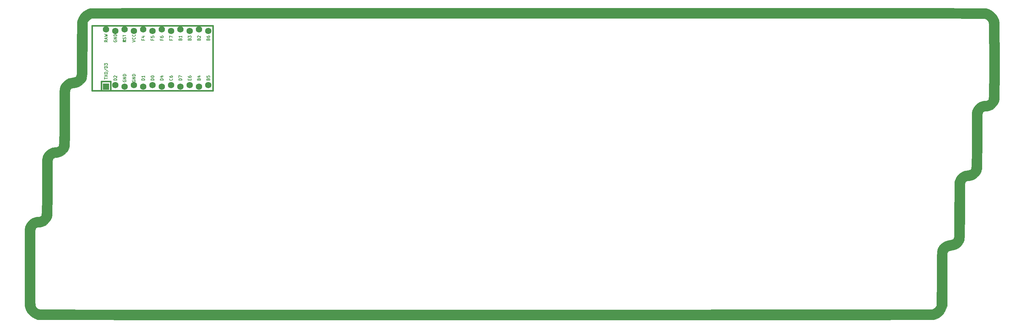
<source format=gbr>
G04 #@! TF.GenerationSoftware,KiCad,Pcbnew,6.0.10-86aedd382b~118~ubuntu20.04.1*
G04 #@! TF.CreationDate,2023-01-08T22:55:38-06:00*
G04 #@! TF.ProjectId,keyboard,6b657962-6f61-4726-942e-6b696361645f,rev?*
G04 #@! TF.SameCoordinates,Original*
G04 #@! TF.FileFunction,Legend,Top*
G04 #@! TF.FilePolarity,Positive*
%FSLAX46Y46*%
G04 Gerber Fmt 4.6, Leading zero omitted, Abs format (unit mm)*
G04 Created by KiCad (PCBNEW 6.0.10-86aedd382b~118~ubuntu20.04.1) date 2023-01-08 22:55:38*
%MOMM*%
%LPD*%
G01*
G04 APERTURE LIST*
%ADD10C,0.150000*%
%ADD11C,0.010000*%
%ADD12C,0.381000*%
%ADD13R,1.752600X1.752600*%
%ADD14C,1.752600*%
G04 APERTURE END LIST*
D10*
X62916907Y-32661666D02*
X62916907Y-32928333D01*
X63335954Y-32928333D02*
X62535954Y-32928333D01*
X62535954Y-32547380D01*
X62535954Y-31899761D02*
X62535954Y-32052142D01*
X62574050Y-32128333D01*
X62612145Y-32166428D01*
X62726430Y-32242619D01*
X62878811Y-32280714D01*
X63183573Y-32280714D01*
X63259764Y-32242619D01*
X63297859Y-32204523D01*
X63335954Y-32128333D01*
X63335954Y-31975952D01*
X63297859Y-31899761D01*
X63259764Y-31861666D01*
X63183573Y-31823571D01*
X62993097Y-31823571D01*
X62916907Y-31861666D01*
X62878811Y-31899761D01*
X62840716Y-31975952D01*
X62840716Y-32128333D01*
X62878811Y-32204523D01*
X62916907Y-32242619D01*
X62993097Y-32280714D01*
X70536907Y-32718809D02*
X70575002Y-32604523D01*
X70613097Y-32566428D01*
X70689288Y-32528333D01*
X70803573Y-32528333D01*
X70879764Y-32566428D01*
X70917859Y-32604523D01*
X70955954Y-32680714D01*
X70955954Y-32985476D01*
X70155954Y-32985476D01*
X70155954Y-32718809D01*
X70194050Y-32642619D01*
X70232145Y-32604523D01*
X70308335Y-32566428D01*
X70384526Y-32566428D01*
X70460716Y-32604523D01*
X70498811Y-32642619D01*
X70536907Y-32718809D01*
X70536907Y-32985476D01*
X70155954Y-32261666D02*
X70155954Y-31766428D01*
X70460716Y-32033095D01*
X70460716Y-31918809D01*
X70498811Y-31842619D01*
X70536907Y-31804523D01*
X70613097Y-31766428D01*
X70803573Y-31766428D01*
X70879764Y-31804523D01*
X70917859Y-31842619D01*
X70955954Y-31918809D01*
X70955954Y-32147380D01*
X70917859Y-32223571D01*
X70879764Y-32261666D01*
X65799764Y-43450333D02*
X65837859Y-43488428D01*
X65875954Y-43602714D01*
X65875954Y-43678904D01*
X65837859Y-43793190D01*
X65761669Y-43869380D01*
X65685478Y-43907476D01*
X65533097Y-43945571D01*
X65418811Y-43945571D01*
X65266430Y-43907476D01*
X65190240Y-43869380D01*
X65114050Y-43793190D01*
X65075954Y-43678904D01*
X65075954Y-43602714D01*
X65114050Y-43488428D01*
X65152145Y-43450333D01*
X65075954Y-42764619D02*
X65075954Y-42917000D01*
X65114050Y-42993190D01*
X65152145Y-43031285D01*
X65266430Y-43107476D01*
X65418811Y-43145571D01*
X65723573Y-43145571D01*
X65799764Y-43107476D01*
X65837859Y-43069380D01*
X65875954Y-42993190D01*
X65875954Y-42840809D01*
X65837859Y-42764619D01*
X65799764Y-42726523D01*
X65723573Y-42688428D01*
X65533097Y-42688428D01*
X65456907Y-42726523D01*
X65418811Y-42764619D01*
X65380716Y-42840809D01*
X65380716Y-42993190D01*
X65418811Y-43069380D01*
X65456907Y-43107476D01*
X65533097Y-43145571D01*
X50635954Y-43907476D02*
X49835954Y-43907476D01*
X49835954Y-43717000D01*
X49874050Y-43602714D01*
X49950240Y-43526523D01*
X50026430Y-43488428D01*
X50178811Y-43450333D01*
X50293097Y-43450333D01*
X50445478Y-43488428D01*
X50521669Y-43526523D01*
X50597859Y-43602714D01*
X50635954Y-43717000D01*
X50635954Y-43907476D01*
X49912145Y-43145571D02*
X49874050Y-43107476D01*
X49835954Y-43031285D01*
X49835954Y-42840809D01*
X49874050Y-42764619D01*
X49912145Y-42726523D01*
X49988335Y-42688428D01*
X50064526Y-42688428D01*
X50178811Y-42726523D01*
X50635954Y-43183666D01*
X50635954Y-42688428D01*
X65456907Y-32661666D02*
X65456907Y-32928333D01*
X65875954Y-32928333D02*
X65075954Y-32928333D01*
X65075954Y-32547380D01*
X65075954Y-32318809D02*
X65075954Y-31785476D01*
X65875954Y-32128333D01*
X47295954Y-43618348D02*
X47295954Y-43161205D01*
X48095954Y-43389776D02*
X47295954Y-43389776D01*
X47295954Y-42970729D02*
X48095954Y-42437395D01*
X47295954Y-42437395D02*
X48095954Y-42970729D01*
X47295954Y-41980252D02*
X47295954Y-41904062D01*
X47334050Y-41827872D01*
X47372145Y-41789776D01*
X47448335Y-41751681D01*
X47600716Y-41713586D01*
X47791192Y-41713586D01*
X47943573Y-41751681D01*
X48019764Y-41789776D01*
X48057859Y-41827872D01*
X48095954Y-41904062D01*
X48095954Y-41980252D01*
X48057859Y-42056443D01*
X48019764Y-42094538D01*
X47943573Y-42132633D01*
X47791192Y-42170729D01*
X47600716Y-42170729D01*
X47448335Y-42132633D01*
X47372145Y-42094538D01*
X47334050Y-42056443D01*
X47295954Y-41980252D01*
X47257859Y-40799300D02*
X48286430Y-41485014D01*
X48095954Y-40532633D02*
X47295954Y-40532633D01*
X47295954Y-40342157D01*
X47334050Y-40227872D01*
X47410240Y-40151681D01*
X47486430Y-40113586D01*
X47638811Y-40075491D01*
X47753097Y-40075491D01*
X47905478Y-40113586D01*
X47981669Y-40151681D01*
X48057859Y-40227872D01*
X48095954Y-40342157D01*
X48095954Y-40532633D01*
X47295954Y-39808824D02*
X47295954Y-39313586D01*
X47600716Y-39580252D01*
X47600716Y-39465967D01*
X47638811Y-39389776D01*
X47676907Y-39351681D01*
X47753097Y-39313586D01*
X47943573Y-39313586D01*
X48019764Y-39351681D01*
X48057859Y-39389776D01*
X48095954Y-39465967D01*
X48095954Y-39694538D01*
X48057859Y-39770729D01*
X48019764Y-39808824D01*
X70536907Y-43869380D02*
X70536907Y-43602714D01*
X70955954Y-43488428D02*
X70955954Y-43869380D01*
X70155954Y-43869380D01*
X70155954Y-43488428D01*
X70155954Y-42802714D02*
X70155954Y-42955095D01*
X70194050Y-43031285D01*
X70232145Y-43069380D01*
X70346430Y-43145571D01*
X70498811Y-43183666D01*
X70803573Y-43183666D01*
X70879764Y-43145571D01*
X70917859Y-43107476D01*
X70955954Y-43031285D01*
X70955954Y-42878904D01*
X70917859Y-42802714D01*
X70879764Y-42764619D01*
X70803573Y-42726523D01*
X70613097Y-42726523D01*
X70536907Y-42764619D01*
X70498811Y-42802714D01*
X70460716Y-42878904D01*
X70460716Y-43031285D01*
X70498811Y-43107476D01*
X70536907Y-43145571D01*
X70613097Y-43183666D01*
X67996907Y-32718809D02*
X68035002Y-32604523D01*
X68073097Y-32566428D01*
X68149288Y-32528333D01*
X68263573Y-32528333D01*
X68339764Y-32566428D01*
X68377859Y-32604523D01*
X68415954Y-32680714D01*
X68415954Y-32985476D01*
X67615954Y-32985476D01*
X67615954Y-32718809D01*
X67654050Y-32642619D01*
X67692145Y-32604523D01*
X67768335Y-32566428D01*
X67844526Y-32566428D01*
X67920716Y-32604523D01*
X67958811Y-32642619D01*
X67996907Y-32718809D01*
X67996907Y-32985476D01*
X68415954Y-31766428D02*
X68415954Y-32223571D01*
X68415954Y-31995000D02*
X67615954Y-31995000D01*
X67730240Y-32071190D01*
X67806430Y-32147380D01*
X67844526Y-32223571D01*
X75616907Y-43640809D02*
X75655002Y-43526523D01*
X75693097Y-43488428D01*
X75769288Y-43450333D01*
X75883573Y-43450333D01*
X75959764Y-43488428D01*
X75997859Y-43526523D01*
X76035954Y-43602714D01*
X76035954Y-43907476D01*
X75235954Y-43907476D01*
X75235954Y-43640809D01*
X75274050Y-43564619D01*
X75312145Y-43526523D01*
X75388335Y-43488428D01*
X75464526Y-43488428D01*
X75540716Y-43526523D01*
X75578811Y-43564619D01*
X75616907Y-43640809D01*
X75616907Y-43907476D01*
X75235954Y-42726523D02*
X75235954Y-43107476D01*
X75616907Y-43145571D01*
X75578811Y-43107476D01*
X75540716Y-43031285D01*
X75540716Y-42840809D01*
X75578811Y-42764619D01*
X75616907Y-42726523D01*
X75693097Y-42688428D01*
X75883573Y-42688428D01*
X75959764Y-42726523D01*
X75997859Y-42764619D01*
X76035954Y-42840809D01*
X76035954Y-43031285D01*
X75997859Y-43107476D01*
X75959764Y-43145571D01*
X73076907Y-43640809D02*
X73115002Y-43526523D01*
X73153097Y-43488428D01*
X73229288Y-43450333D01*
X73343573Y-43450333D01*
X73419764Y-43488428D01*
X73457859Y-43526523D01*
X73495954Y-43602714D01*
X73495954Y-43907476D01*
X72695954Y-43907476D01*
X72695954Y-43640809D01*
X72734050Y-43564619D01*
X72772145Y-43526523D01*
X72848335Y-43488428D01*
X72924526Y-43488428D01*
X73000716Y-43526523D01*
X73038811Y-43564619D01*
X73076907Y-43640809D01*
X73076907Y-43907476D01*
X72962621Y-42764619D02*
X73495954Y-42764619D01*
X72657859Y-42955095D02*
X73229288Y-43145571D01*
X73229288Y-42650333D01*
X63335954Y-43907476D02*
X62535954Y-43907476D01*
X62535954Y-43717000D01*
X62574050Y-43602714D01*
X62650240Y-43526523D01*
X62726430Y-43488428D01*
X62878811Y-43450333D01*
X62993097Y-43450333D01*
X63145478Y-43488428D01*
X63221669Y-43526523D01*
X63297859Y-43602714D01*
X63335954Y-43717000D01*
X63335954Y-43907476D01*
X62802621Y-42764619D02*
X63335954Y-42764619D01*
X62497859Y-42955095D02*
X63069288Y-43145571D01*
X63069288Y-42650333D01*
X48095954Y-32947380D02*
X47715002Y-33214047D01*
X48095954Y-33404523D02*
X47295954Y-33404523D01*
X47295954Y-33099761D01*
X47334050Y-33023571D01*
X47372145Y-32985476D01*
X47448335Y-32947380D01*
X47562621Y-32947380D01*
X47638811Y-32985476D01*
X47676907Y-33023571D01*
X47715002Y-33099761D01*
X47715002Y-33404523D01*
X47867383Y-32642619D02*
X47867383Y-32261666D01*
X48095954Y-32718809D02*
X47295954Y-32452142D01*
X48095954Y-32185476D01*
X47295954Y-31995000D02*
X48095954Y-31804523D01*
X47524526Y-31652142D01*
X48095954Y-31499761D01*
X47295954Y-31309285D01*
X73076907Y-32718809D02*
X73115002Y-32604523D01*
X73153097Y-32566428D01*
X73229288Y-32528333D01*
X73343573Y-32528333D01*
X73419764Y-32566428D01*
X73457859Y-32604523D01*
X73495954Y-32680714D01*
X73495954Y-32985476D01*
X72695954Y-32985476D01*
X72695954Y-32718809D01*
X72734050Y-32642619D01*
X72772145Y-32604523D01*
X72848335Y-32566428D01*
X72924526Y-32566428D01*
X73000716Y-32604523D01*
X73038811Y-32642619D01*
X73076907Y-32718809D01*
X73076907Y-32985476D01*
X72772145Y-32223571D02*
X72734050Y-32185476D01*
X72695954Y-32109285D01*
X72695954Y-31918809D01*
X72734050Y-31842619D01*
X72772145Y-31804523D01*
X72848335Y-31766428D01*
X72924526Y-31766428D01*
X73038811Y-31804523D01*
X73495954Y-32261666D01*
X73495954Y-31766428D01*
X54954050Y-43926523D02*
X54915954Y-44002714D01*
X54915954Y-44117000D01*
X54954050Y-44231285D01*
X55030240Y-44307476D01*
X55106430Y-44345571D01*
X55258811Y-44383666D01*
X55373097Y-44383666D01*
X55525478Y-44345571D01*
X55601669Y-44307476D01*
X55677859Y-44231285D01*
X55715954Y-44117000D01*
X55715954Y-44040809D01*
X55677859Y-43926523D01*
X55639764Y-43888428D01*
X55373097Y-43888428D01*
X55373097Y-44040809D01*
X55715954Y-43545571D02*
X54915954Y-43545571D01*
X55715954Y-43088428D01*
X54915954Y-43088428D01*
X55715954Y-42707476D02*
X54915954Y-42707476D01*
X54915954Y-42517000D01*
X54954050Y-42402714D01*
X55030240Y-42326523D01*
X55106430Y-42288428D01*
X55258811Y-42250333D01*
X55373097Y-42250333D01*
X55525478Y-42288428D01*
X55601669Y-42326523D01*
X55677859Y-42402714D01*
X55715954Y-42517000D01*
X55715954Y-42707476D01*
X75616907Y-32718809D02*
X75655002Y-32604523D01*
X75693097Y-32566428D01*
X75769288Y-32528333D01*
X75883573Y-32528333D01*
X75959764Y-32566428D01*
X75997859Y-32604523D01*
X76035954Y-32680714D01*
X76035954Y-32985476D01*
X75235954Y-32985476D01*
X75235954Y-32718809D01*
X75274050Y-32642619D01*
X75312145Y-32604523D01*
X75388335Y-32566428D01*
X75464526Y-32566428D01*
X75540716Y-32604523D01*
X75578811Y-32642619D01*
X75616907Y-32718809D01*
X75616907Y-32985476D01*
X75235954Y-31842619D02*
X75235954Y-31995000D01*
X75274050Y-32071190D01*
X75312145Y-32109285D01*
X75426430Y-32185476D01*
X75578811Y-32223571D01*
X75883573Y-32223571D01*
X75959764Y-32185476D01*
X75997859Y-32147380D01*
X76035954Y-32071190D01*
X76035954Y-31918809D01*
X75997859Y-31842619D01*
X75959764Y-31804523D01*
X75883573Y-31766428D01*
X75693097Y-31766428D01*
X75616907Y-31804523D01*
X75578811Y-31842619D01*
X75540716Y-31918809D01*
X75540716Y-32071190D01*
X75578811Y-32147380D01*
X75616907Y-32185476D01*
X75693097Y-32223571D01*
X57836907Y-32661666D02*
X57836907Y-32928333D01*
X58255954Y-32928333D02*
X57455954Y-32928333D01*
X57455954Y-32547380D01*
X57722621Y-31899761D02*
X58255954Y-31899761D01*
X57417859Y-32090238D02*
X57989288Y-32280714D01*
X57989288Y-31785476D01*
X54915954Y-33461666D02*
X55715954Y-33195000D01*
X54915954Y-32928333D01*
X55639764Y-32204523D02*
X55677859Y-32242619D01*
X55715954Y-32356904D01*
X55715954Y-32433095D01*
X55677859Y-32547380D01*
X55601669Y-32623571D01*
X55525478Y-32661666D01*
X55373097Y-32699761D01*
X55258811Y-32699761D01*
X55106430Y-32661666D01*
X55030240Y-32623571D01*
X54954050Y-32547380D01*
X54915954Y-32433095D01*
X54915954Y-32356904D01*
X54954050Y-32242619D01*
X54992145Y-32204523D01*
X55639764Y-31404523D02*
X55677859Y-31442619D01*
X55715954Y-31556904D01*
X55715954Y-31633095D01*
X55677859Y-31747380D01*
X55601669Y-31823571D01*
X55525478Y-31861666D01*
X55373097Y-31899761D01*
X55258811Y-31899761D01*
X55106430Y-31861666D01*
X55030240Y-31823571D01*
X54954050Y-31747380D01*
X54915954Y-31633095D01*
X54915954Y-31556904D01*
X54954050Y-31442619D01*
X54992145Y-31404523D01*
X58255954Y-43907476D02*
X57455954Y-43907476D01*
X57455954Y-43717000D01*
X57494050Y-43602714D01*
X57570240Y-43526523D01*
X57646430Y-43488428D01*
X57798811Y-43450333D01*
X57913097Y-43450333D01*
X58065478Y-43488428D01*
X58141669Y-43526523D01*
X58217859Y-43602714D01*
X58255954Y-43717000D01*
X58255954Y-43907476D01*
X58255954Y-42688428D02*
X58255954Y-43145571D01*
X58255954Y-42917000D02*
X57455954Y-42917000D01*
X57570240Y-42993190D01*
X57646430Y-43069380D01*
X57684526Y-43145571D01*
X49874050Y-33004523D02*
X49835954Y-33080714D01*
X49835954Y-33195000D01*
X49874050Y-33309285D01*
X49950240Y-33385476D01*
X50026430Y-33423571D01*
X50178811Y-33461666D01*
X50293097Y-33461666D01*
X50445478Y-33423571D01*
X50521669Y-33385476D01*
X50597859Y-33309285D01*
X50635954Y-33195000D01*
X50635954Y-33118809D01*
X50597859Y-33004523D01*
X50559764Y-32966428D01*
X50293097Y-32966428D01*
X50293097Y-33118809D01*
X50635954Y-32623571D02*
X49835954Y-32623571D01*
X50635954Y-32166428D01*
X49835954Y-32166428D01*
X50635954Y-31785476D02*
X49835954Y-31785476D01*
X49835954Y-31595000D01*
X49874050Y-31480714D01*
X49950240Y-31404523D01*
X50026430Y-31366428D01*
X50178811Y-31328333D01*
X50293097Y-31328333D01*
X50445478Y-31366428D01*
X50521669Y-31404523D01*
X50597859Y-31480714D01*
X50635954Y-31595000D01*
X50635954Y-31785476D01*
X68415954Y-43907476D02*
X67615954Y-43907476D01*
X67615954Y-43717000D01*
X67654050Y-43602714D01*
X67730240Y-43526523D01*
X67806430Y-43488428D01*
X67958811Y-43450333D01*
X68073097Y-43450333D01*
X68225478Y-43488428D01*
X68301669Y-43526523D01*
X68377859Y-43602714D01*
X68415954Y-43717000D01*
X68415954Y-43907476D01*
X67615954Y-43183666D02*
X67615954Y-42650333D01*
X68415954Y-42993190D01*
X53107859Y-32656213D02*
X53145954Y-32541927D01*
X53145954Y-32351451D01*
X53107859Y-32275260D01*
X53069764Y-32237165D01*
X52993573Y-32199070D01*
X52917383Y-32199070D01*
X52841192Y-32237165D01*
X52803097Y-32275260D01*
X52765002Y-32351451D01*
X52726907Y-32503832D01*
X52688811Y-32580022D01*
X52650716Y-32618118D01*
X52574526Y-32656213D01*
X52498335Y-32656213D01*
X52422145Y-32618118D01*
X52384050Y-32580022D01*
X52345954Y-32503832D01*
X52345954Y-32313356D01*
X52384050Y-32199070D01*
X52345954Y-31970499D02*
X52345954Y-31513356D01*
X53145954Y-31741927D02*
X52345954Y-31741927D01*
X60795954Y-43907476D02*
X59995954Y-43907476D01*
X59995954Y-43717000D01*
X60034050Y-43602714D01*
X60110240Y-43526523D01*
X60186430Y-43488428D01*
X60338811Y-43450333D01*
X60453097Y-43450333D01*
X60605478Y-43488428D01*
X60681669Y-43526523D01*
X60757859Y-43602714D01*
X60795954Y-43717000D01*
X60795954Y-43907476D01*
X59995954Y-42955095D02*
X59995954Y-42878904D01*
X60034050Y-42802714D01*
X60072145Y-42764619D01*
X60148335Y-42726523D01*
X60300716Y-42688428D01*
X60491192Y-42688428D01*
X60643573Y-42726523D01*
X60719764Y-42764619D01*
X60757859Y-42802714D01*
X60795954Y-42878904D01*
X60795954Y-42955095D01*
X60757859Y-43031285D01*
X60719764Y-43069380D01*
X60643573Y-43107476D01*
X60491192Y-43145571D01*
X60300716Y-43145571D01*
X60148335Y-43107476D01*
X60072145Y-43069380D01*
X60034050Y-43031285D01*
X59995954Y-42955095D01*
X60376907Y-32661666D02*
X60376907Y-32928333D01*
X60795954Y-32928333D02*
X59995954Y-32928333D01*
X59995954Y-32547380D01*
X59995954Y-31861666D02*
X59995954Y-32242619D01*
X60376907Y-32280714D01*
X60338811Y-32242619D01*
X60300716Y-32166428D01*
X60300716Y-31975952D01*
X60338811Y-31899761D01*
X60376907Y-31861666D01*
X60453097Y-31823571D01*
X60643573Y-31823571D01*
X60719764Y-31861666D01*
X60757859Y-31899761D01*
X60795954Y-31975952D01*
X60795954Y-32166428D01*
X60757859Y-32242619D01*
X60719764Y-32280714D01*
X52414050Y-43926523D02*
X52375954Y-44002714D01*
X52375954Y-44117000D01*
X52414050Y-44231285D01*
X52490240Y-44307476D01*
X52566430Y-44345571D01*
X52718811Y-44383666D01*
X52833097Y-44383666D01*
X52985478Y-44345571D01*
X53061669Y-44307476D01*
X53137859Y-44231285D01*
X53175954Y-44117000D01*
X53175954Y-44040809D01*
X53137859Y-43926523D01*
X53099764Y-43888428D01*
X52833097Y-43888428D01*
X52833097Y-44040809D01*
X53175954Y-43545571D02*
X52375954Y-43545571D01*
X53175954Y-43088428D01*
X52375954Y-43088428D01*
X53175954Y-42707476D02*
X52375954Y-42707476D01*
X52375954Y-42517000D01*
X52414050Y-42402714D01*
X52490240Y-42326523D01*
X52566430Y-42288428D01*
X52718811Y-42250333D01*
X52833097Y-42250333D01*
X52985478Y-42288428D01*
X53061669Y-42326523D01*
X53137859Y-42402714D01*
X53175954Y-42517000D01*
X53175954Y-42707476D01*
G36*
X25492177Y-96378438D02*
G01*
X25491800Y-94987442D01*
X25491883Y-93438217D01*
X25492224Y-92049089D01*
X25492957Y-90810822D01*
X25494217Y-89714180D01*
X25496136Y-88749927D01*
X25498851Y-87908826D01*
X25502496Y-87181642D01*
X25507205Y-86559138D01*
X25513112Y-86032078D01*
X25520352Y-85591226D01*
X25529060Y-85227346D01*
X25539369Y-84931202D01*
X25551415Y-84693557D01*
X25565331Y-84505175D01*
X25581253Y-84356821D01*
X25599315Y-84239258D01*
X25619651Y-84143250D01*
X25642395Y-84059560D01*
X25651311Y-84030308D01*
X25776909Y-83681858D01*
X25928762Y-83335505D01*
X26024171Y-83153744D01*
X26268135Y-82815925D01*
X26605049Y-82450273D01*
X26982873Y-82106336D01*
X27349563Y-81833662D01*
X27506263Y-81742679D01*
X27910854Y-81572733D01*
X28378544Y-81431258D01*
X28835157Y-81337711D01*
X29154459Y-81310400D01*
X29444957Y-81275326D01*
X29711568Y-81190080D01*
X29727904Y-81181966D01*
X29813876Y-81139397D01*
X29889517Y-81099180D01*
X29955486Y-81050819D01*
X30012443Y-80983819D01*
X30061049Y-80887686D01*
X30101964Y-80751923D01*
X30135847Y-80566037D01*
X30163358Y-80319530D01*
X30185159Y-80001910D01*
X30201908Y-79602680D01*
X30214265Y-79111345D01*
X30222892Y-78517410D01*
X30228447Y-77810380D01*
X30231592Y-76979760D01*
X30232985Y-76015055D01*
X30233287Y-74905769D01*
X30233158Y-73641408D01*
X30233133Y-73148438D01*
X30234055Y-71660662D01*
X30236850Y-70338470D01*
X30241564Y-69178126D01*
X30248241Y-68175889D01*
X30256926Y-67328022D01*
X30267665Y-66630785D01*
X30280502Y-66080442D01*
X30295481Y-65673252D01*
X30312649Y-65405478D01*
X30327501Y-65291400D01*
X30563551Y-64560120D01*
X30939790Y-63894398D01*
X31435956Y-63315694D01*
X32031787Y-62845468D01*
X32707020Y-62505180D01*
X33066088Y-62390985D01*
X33401241Y-62318500D01*
X33726076Y-62271084D01*
X33895792Y-62260400D01*
X34184852Y-62225941D01*
X34448838Y-62142157D01*
X34465531Y-62133883D01*
X34552821Y-62091857D01*
X34629550Y-62054717D01*
X34696397Y-62011911D01*
X34754044Y-61952886D01*
X34803171Y-61867089D01*
X34844459Y-61743968D01*
X34878588Y-61572969D01*
X34906239Y-61343540D01*
X34928092Y-61045127D01*
X34944828Y-60667179D01*
X34957128Y-60199141D01*
X34965671Y-59630462D01*
X34971139Y-58950588D01*
X34974212Y-58148967D01*
X34975571Y-57215046D01*
X34975896Y-56138271D01*
X34975868Y-54908090D01*
X34975936Y-54219394D01*
X34976340Y-52870152D01*
X34977354Y-51679117D01*
X34979537Y-50635164D01*
X34983448Y-49727167D01*
X34989644Y-48943999D01*
X34998685Y-48274536D01*
X35011127Y-47707652D01*
X35027529Y-47232220D01*
X35048450Y-46837114D01*
X35074447Y-46511210D01*
X35106080Y-46243380D01*
X35143906Y-46022500D01*
X35188483Y-45837443D01*
X35240370Y-45677083D01*
X35300124Y-45530296D01*
X35368305Y-45385954D01*
X35424785Y-45273636D01*
X35820439Y-44663111D01*
X36336639Y-44125076D01*
X36935812Y-43692863D01*
X37510380Y-43423508D01*
X37780363Y-43349458D01*
X38144017Y-43276973D01*
X38526198Y-43220865D01*
X38555017Y-43217562D01*
X39016408Y-43139624D01*
X39338702Y-43012186D01*
X39549846Y-42813477D01*
X39677790Y-42521728D01*
X39723931Y-42307094D01*
X39734471Y-42160115D01*
X39744529Y-41857323D01*
X39753978Y-41412235D01*
X39762692Y-40838370D01*
X39770544Y-40149249D01*
X39777408Y-39358388D01*
X39783158Y-38479308D01*
X39787667Y-37525528D01*
X39790809Y-36510565D01*
X39792457Y-35447939D01*
X39792678Y-34954607D01*
X39792881Y-33708453D01*
X39793409Y-32619899D01*
X39794543Y-31677215D01*
X39796568Y-30868666D01*
X39799767Y-30182520D01*
X39804424Y-29607046D01*
X39810823Y-29130510D01*
X39819246Y-28741180D01*
X39829977Y-28427323D01*
X39843300Y-28177208D01*
X39859499Y-27979102D01*
X39878856Y-27821271D01*
X39901656Y-27691985D01*
X39928182Y-27579510D01*
X39958717Y-27472113D01*
X39974773Y-27419274D01*
X40303519Y-26623386D01*
X40768102Y-25910129D01*
X41350536Y-25296481D01*
X42032835Y-24799419D01*
X42797013Y-24435921D01*
X43292097Y-24287871D01*
X43330070Y-24282197D01*
X43396793Y-24276694D01*
X43494767Y-24271359D01*
X43626492Y-24266190D01*
X43794469Y-24261184D01*
X44001197Y-24256338D01*
X44249178Y-24251650D01*
X44540912Y-24247118D01*
X44878900Y-24242738D01*
X45265640Y-24238509D01*
X45703635Y-24234427D01*
X46195384Y-24230490D01*
X46743388Y-24226696D01*
X47350148Y-24223041D01*
X48018163Y-24219524D01*
X48749934Y-24216142D01*
X49547961Y-24212892D01*
X50414745Y-24209771D01*
X51352787Y-24206777D01*
X52364586Y-24203908D01*
X53452644Y-24201161D01*
X54619459Y-24198533D01*
X55867534Y-24196021D01*
X57199368Y-24193624D01*
X58617462Y-24191338D01*
X60124315Y-24189161D01*
X61722430Y-24187091D01*
X63414305Y-24185124D01*
X65202442Y-24183259D01*
X67089340Y-24181492D01*
X69077500Y-24179822D01*
X71169423Y-24178244D01*
X73367609Y-24176758D01*
X75674558Y-24175360D01*
X78092771Y-24174048D01*
X80624748Y-24172819D01*
X83272990Y-24171671D01*
X86039996Y-24170601D01*
X88928268Y-24169606D01*
X91940306Y-24168684D01*
X95078610Y-24167832D01*
X98345681Y-24167048D01*
X101744018Y-24166329D01*
X105276123Y-24165673D01*
X108944496Y-24165077D01*
X112751637Y-24164538D01*
X116700046Y-24164054D01*
X120792225Y-24163623D01*
X125030673Y-24163241D01*
X129417890Y-24162906D01*
X133956378Y-24162616D01*
X138648637Y-24162367D01*
X143497167Y-24162158D01*
X148504468Y-24161986D01*
X153673041Y-24161848D01*
X159005386Y-24161742D01*
X164504004Y-24161665D01*
X165759132Y-24161651D01*
X171706905Y-24161630D01*
X177486816Y-24161693D01*
X183100335Y-24161840D01*
X188548935Y-24162072D01*
X193834086Y-24162390D01*
X198957259Y-24162796D01*
X203919925Y-24163291D01*
X208723556Y-24163876D01*
X213369623Y-24164551D01*
X217859597Y-24165319D01*
X222194948Y-24166180D01*
X226377148Y-24167134D01*
X230407669Y-24168184D01*
X234287980Y-24169331D01*
X238019554Y-24170575D01*
X241603862Y-24171917D01*
X245042374Y-24173360D01*
X248336561Y-24174903D01*
X251487896Y-24176547D01*
X254497849Y-24178295D01*
X257367890Y-24180147D01*
X260099492Y-24182105D01*
X262694125Y-24184168D01*
X265153260Y-24186339D01*
X267478370Y-24188618D01*
X269670923Y-24191007D01*
X271732393Y-24193507D01*
X273664249Y-24196119D01*
X275467963Y-24198843D01*
X277145007Y-24201682D01*
X278696851Y-24204635D01*
X280124966Y-24207705D01*
X281430824Y-24210892D01*
X282615895Y-24214197D01*
X283681651Y-24217623D01*
X284629563Y-24221168D01*
X285461101Y-24224836D01*
X286177738Y-24228626D01*
X286780944Y-24232540D01*
X287272191Y-24236579D01*
X287652949Y-24240744D01*
X287924689Y-24245037D01*
X288088883Y-24249457D01*
X288144799Y-24253277D01*
X288925336Y-24498555D01*
X289651941Y-24889046D01*
X290303753Y-25403886D01*
X290859910Y-26022217D01*
X291299551Y-26723176D01*
X291601816Y-27485903D01*
X291675589Y-27784067D01*
X291691230Y-27929207D01*
X291705340Y-28208224D01*
X291717948Y-28624404D01*
X291729082Y-29181037D01*
X291738769Y-29881411D01*
X291747038Y-30728814D01*
X291753916Y-31726535D01*
X291759433Y-32877861D01*
X291763615Y-34186082D01*
X291766491Y-35654486D01*
X291768089Y-37286361D01*
X291768466Y-38677357D01*
X291768382Y-40226582D01*
X291768041Y-41615710D01*
X291767308Y-42853977D01*
X291766049Y-43950619D01*
X291764129Y-44914872D01*
X291761414Y-45755973D01*
X291757770Y-46483157D01*
X291753061Y-47105661D01*
X291747154Y-47632721D01*
X291739914Y-48073573D01*
X291731206Y-48437453D01*
X291720897Y-48733597D01*
X291708851Y-48971242D01*
X291694934Y-49159624D01*
X291679012Y-49307978D01*
X291660951Y-49425541D01*
X291640615Y-49521549D01*
X291617871Y-49605239D01*
X291608955Y-49634491D01*
X291483357Y-49982941D01*
X291331504Y-50329294D01*
X291236095Y-50511055D01*
X290992131Y-50848874D01*
X290655216Y-51214526D01*
X290277392Y-51558463D01*
X289910702Y-51831137D01*
X289754003Y-51922120D01*
X289349412Y-52092066D01*
X288881722Y-52233541D01*
X288425109Y-52327088D01*
X288105807Y-52354400D01*
X287815309Y-52389473D01*
X287548698Y-52474719D01*
X287532361Y-52482833D01*
X287446389Y-52525402D01*
X287370749Y-52565619D01*
X287304780Y-52613980D01*
X287247822Y-52680980D01*
X287199216Y-52777113D01*
X287158302Y-52912876D01*
X287124419Y-53098762D01*
X287096907Y-53345269D01*
X287075107Y-53662889D01*
X287058358Y-54062119D01*
X287046000Y-54553454D01*
X287037374Y-55147389D01*
X287031818Y-55854419D01*
X287028674Y-56685039D01*
X287027281Y-57649744D01*
X287026979Y-58759030D01*
X287027108Y-60023391D01*
X287027133Y-60516361D01*
X287026211Y-62004137D01*
X287023416Y-63326329D01*
X287018702Y-64486673D01*
X287012025Y-65488910D01*
X287003339Y-66336777D01*
X286992601Y-67034014D01*
X286979764Y-67584357D01*
X286964784Y-67991547D01*
X286947617Y-68259321D01*
X286932764Y-68373399D01*
X286696715Y-69104679D01*
X286320476Y-69770401D01*
X285824309Y-70349105D01*
X285228478Y-70819331D01*
X284553245Y-71159619D01*
X284194178Y-71273814D01*
X283859024Y-71346299D01*
X283534189Y-71393715D01*
X283364473Y-71404400D01*
X283075414Y-71438858D01*
X282811428Y-71522642D01*
X282794735Y-71530916D01*
X282707445Y-71572942D01*
X282630716Y-71610082D01*
X282563869Y-71652888D01*
X282506222Y-71711913D01*
X282457094Y-71797710D01*
X282415806Y-71920831D01*
X282381677Y-72091830D01*
X282354027Y-72321259D01*
X282332173Y-72619672D01*
X282315437Y-72997620D01*
X282303138Y-73465658D01*
X282294594Y-74034337D01*
X282289126Y-74714211D01*
X282286053Y-75515832D01*
X282284695Y-76449753D01*
X282284370Y-77526528D01*
X282284398Y-78756709D01*
X282284329Y-79445405D01*
X282283926Y-80794889D01*
X282282912Y-81986160D01*
X282280726Y-83030336D01*
X282276810Y-83938538D01*
X282270605Y-84721885D01*
X282261549Y-85391497D01*
X282249085Y-85958494D01*
X282232653Y-86433994D01*
X282211692Y-86829119D01*
X282185644Y-87154986D01*
X282153948Y-87422717D01*
X282116046Y-87643431D01*
X282071378Y-87828247D01*
X282019384Y-87988284D01*
X281959505Y-88134664D01*
X281891181Y-88278504D01*
X281834184Y-88391163D01*
X281402036Y-89062611D01*
X280858269Y-89607752D01*
X280207050Y-90023840D01*
X279452548Y-90308127D01*
X278716149Y-90446017D01*
X278252820Y-90523329D01*
X277928783Y-90648351D01*
X277716013Y-90842735D01*
X277586488Y-91128132D01*
X277536125Y-91357705D01*
X277525568Y-91504669D01*
X277515520Y-91807451D01*
X277506106Y-92252535D01*
X277497451Y-92826406D01*
X277489679Y-93515549D01*
X277482915Y-94306448D01*
X277477283Y-95185587D01*
X277472909Y-96139452D01*
X277469916Y-97154528D01*
X277468430Y-98217298D01*
X277468286Y-98713340D01*
X277468692Y-105659947D01*
X277265668Y-106299272D01*
X276929630Y-107088823D01*
X276457949Y-107795575D01*
X275869126Y-108402257D01*
X275181667Y-108891600D01*
X274414075Y-109246334D01*
X273968169Y-109376928D01*
X273930224Y-109382599D01*
X273863571Y-109388098D01*
X273765709Y-109393427D01*
X273634139Y-109398589D01*
X273466360Y-109403585D01*
X273259873Y-109408418D01*
X273012177Y-109413091D01*
X272720773Y-109417607D01*
X272383161Y-109421966D01*
X271996840Y-109426173D01*
X271559311Y-109430229D01*
X271068074Y-109434137D01*
X270520629Y-109437900D01*
X269914475Y-109441519D01*
X269247113Y-109444997D01*
X268516043Y-109448336D01*
X267718765Y-109451540D01*
X266852779Y-109454610D01*
X265915586Y-109457549D01*
X264904684Y-109460359D01*
X263817574Y-109463042D01*
X262651756Y-109465602D01*
X261404730Y-109468041D01*
X260073997Y-109470360D01*
X258657056Y-109472563D01*
X257151407Y-109474651D01*
X255554550Y-109476628D01*
X253863986Y-109478496D01*
X252077214Y-109480256D01*
X250191734Y-109481912D01*
X248205047Y-109483466D01*
X246114652Y-109484921D01*
X243918049Y-109486278D01*
X241612740Y-109487541D01*
X239196222Y-109488711D01*
X236665998Y-109489792D01*
X234019566Y-109490785D01*
X231254426Y-109491692D01*
X228368080Y-109492518D01*
X225358026Y-109493263D01*
X222221764Y-109493930D01*
X218956796Y-109494522D01*
X215560621Y-109495041D01*
X212030738Y-109495490D01*
X208364648Y-109495871D01*
X204559851Y-109496186D01*
X200613847Y-109496437D01*
X196524136Y-109496629D01*
X192288219Y-109496761D01*
X187903594Y-109496838D01*
X183367762Y-109496862D01*
X178678224Y-109496834D01*
X173832478Y-109496758D01*
X168828026Y-109496635D01*
X163662367Y-109496469D01*
X158333002Y-109496262D01*
X152837430Y-109496015D01*
X151433466Y-109495948D01*
X145775728Y-109495647D01*
X140285069Y-109495306D01*
X134959238Y-109494920D01*
X129795980Y-109494489D01*
X124793043Y-109494010D01*
X119948174Y-109493481D01*
X115259119Y-109492900D01*
X110723626Y-109492264D01*
X106339441Y-109491573D01*
X102104311Y-109490823D01*
X98015982Y-109490013D01*
X94072203Y-109489140D01*
X90270719Y-109488203D01*
X86609277Y-109487199D01*
X83085625Y-109486126D01*
X79697509Y-109484983D01*
X76442676Y-109483767D01*
X73318873Y-109482476D01*
X70323847Y-109481107D01*
X67455344Y-109479660D01*
X64711111Y-109478131D01*
X62088896Y-109476519D01*
X59586445Y-109474822D01*
X57201505Y-109473037D01*
X54931823Y-109471163D01*
X52775146Y-109469197D01*
X50729220Y-109467138D01*
X48791793Y-109464982D01*
X46960611Y-109462729D01*
X45233421Y-109460376D01*
X43607970Y-109457920D01*
X42082005Y-109455361D01*
X40653273Y-109452695D01*
X39319520Y-109449921D01*
X38078494Y-109447037D01*
X36927941Y-109444040D01*
X35865608Y-109440929D01*
X34889242Y-109437701D01*
X33996590Y-109434354D01*
X33185399Y-109430887D01*
X32453415Y-109427297D01*
X31798385Y-109423581D01*
X31218057Y-109419739D01*
X30710177Y-109415768D01*
X30272492Y-109411665D01*
X29902749Y-109407429D01*
X29598694Y-109403058D01*
X29358076Y-109398549D01*
X29178639Y-109393901D01*
X29058132Y-109389111D01*
X28994300Y-109384177D01*
X28986175Y-109382745D01*
X28206139Y-109109904D01*
X27486455Y-108694717D01*
X26847487Y-108158149D01*
X26309600Y-107521166D01*
X25893156Y-106804733D01*
X25618519Y-106029816D01*
X25584677Y-105880732D01*
X25569036Y-105735592D01*
X25554926Y-105456575D01*
X25542318Y-105040395D01*
X25531184Y-104483762D01*
X25521497Y-103783388D01*
X25513228Y-102935985D01*
X25506349Y-101938264D01*
X25500833Y-100786938D01*
X25496651Y-99478717D01*
X25493788Y-98016780D01*
X28285510Y-98016780D01*
X28285755Y-99260331D01*
X28286798Y-100361891D01*
X28289043Y-101330572D01*
X28292894Y-102175488D01*
X28298755Y-102905754D01*
X28307031Y-103530482D01*
X28318125Y-104058787D01*
X28332442Y-104499782D01*
X28350385Y-104862580D01*
X28372359Y-105156296D01*
X28398767Y-105390043D01*
X28430014Y-105572934D01*
X28466504Y-105714084D01*
X28508640Y-105822606D01*
X28556827Y-105907613D01*
X28611469Y-105978219D01*
X28672969Y-106043539D01*
X28741733Y-106112685D01*
X28777124Y-106149576D01*
X29009077Y-106346994D01*
X29289872Y-106523194D01*
X29344133Y-106549931D01*
X29362290Y-106556986D01*
X29387546Y-106563824D01*
X29422484Y-106570450D01*
X29469682Y-106576866D01*
X29531723Y-106583075D01*
X29611187Y-106589079D01*
X29710656Y-106594882D01*
X29832709Y-106600487D01*
X29979929Y-106605896D01*
X30154896Y-106611113D01*
X30360191Y-106616140D01*
X30598396Y-106620980D01*
X30872090Y-106625637D01*
X31183855Y-106630112D01*
X31536272Y-106634409D01*
X31931921Y-106638531D01*
X32373385Y-106642481D01*
X32863243Y-106646262D01*
X33404077Y-106649876D01*
X33998468Y-106653326D01*
X34648996Y-106656616D01*
X35358242Y-106659748D01*
X36128788Y-106662725D01*
X36963215Y-106665550D01*
X37864103Y-106668226D01*
X38834033Y-106670756D01*
X39875586Y-106673143D01*
X40991344Y-106675390D01*
X42183886Y-106677499D01*
X43455795Y-106679473D01*
X44809651Y-106681316D01*
X46248035Y-106683030D01*
X47773528Y-106684619D01*
X49388711Y-106686084D01*
X51096164Y-106687430D01*
X52898470Y-106688658D01*
X54798208Y-106689772D01*
X56797960Y-106690775D01*
X58900306Y-106691669D01*
X61107828Y-106692458D01*
X63423107Y-106693145D01*
X65848723Y-106693731D01*
X68387258Y-106694221D01*
X71041292Y-106694617D01*
X73813406Y-106694922D01*
X76706182Y-106695139D01*
X79722200Y-106695271D01*
X82864041Y-106695321D01*
X86134286Y-106695291D01*
X89535516Y-106695185D01*
X93070312Y-106695005D01*
X96741255Y-106694755D01*
X100550927Y-106694436D01*
X104501907Y-106694053D01*
X108596777Y-106693608D01*
X112838117Y-106693104D01*
X117228510Y-106692544D01*
X121770535Y-106691931D01*
X126466773Y-106691267D01*
X131319807Y-106690556D01*
X136332216Y-106689801D01*
X141506581Y-106689003D01*
X146845483Y-106688167D01*
X151560466Y-106687421D01*
X273438133Y-106668066D01*
X273776800Y-106491193D01*
X274034487Y-106309851D01*
X274286684Y-106060319D01*
X274369466Y-105954810D01*
X274623466Y-105595302D01*
X274667588Y-98173017D01*
X274675257Y-96847377D01*
X274682084Y-95679818D01*
X274688917Y-94659099D01*
X274696604Y-93773978D01*
X274705992Y-93013210D01*
X274717930Y-92365555D01*
X274733264Y-91819769D01*
X274752842Y-91364609D01*
X274777512Y-90988834D01*
X274808123Y-90681200D01*
X274845520Y-90430465D01*
X274890553Y-90225386D01*
X274944068Y-90054721D01*
X275006914Y-89907226D01*
X275079938Y-89771660D01*
X275163988Y-89636780D01*
X275259911Y-89491343D01*
X275330275Y-89383896D01*
X275799517Y-88789207D01*
X276360409Y-88322930D01*
X277024679Y-87978282D01*
X277804057Y-87748480D01*
X278298647Y-87666987D01*
X278752995Y-87578142D01*
X279069374Y-87431206D01*
X279275073Y-87205013D01*
X279397381Y-86878399D01*
X279413647Y-86802202D01*
X279424485Y-86663033D01*
X279434839Y-86367537D01*
X279444588Y-85928716D01*
X279453609Y-85359577D01*
X279461779Y-84673123D01*
X279468977Y-83882359D01*
X279475080Y-83000291D01*
X279479967Y-82039922D01*
X279483514Y-81014258D01*
X279485599Y-79936302D01*
X279486131Y-79092876D01*
X279486305Y-77808993D01*
X279486801Y-76683183D01*
X279487872Y-75704184D01*
X279489768Y-74860735D01*
X279492741Y-74141576D01*
X279497044Y-73535445D01*
X279502927Y-73031081D01*
X279510642Y-72617223D01*
X279520440Y-72282610D01*
X279532574Y-72015981D01*
X279547294Y-71806075D01*
X279564852Y-71641632D01*
X279585501Y-71511389D01*
X279609490Y-71404086D01*
X279637073Y-71308463D01*
X279661701Y-71233378D01*
X279996107Y-70488788D01*
X280456317Y-69854666D01*
X281033311Y-69339441D01*
X281718066Y-68951537D01*
X282331093Y-68740186D01*
X282666128Y-68667651D01*
X282992241Y-68620545D01*
X283158358Y-68610400D01*
X283447681Y-68571632D01*
X283711886Y-68477172D01*
X283731868Y-68465953D01*
X283816585Y-68417543D01*
X283891192Y-68371649D01*
X283956330Y-68317807D01*
X284012641Y-68245552D01*
X284060765Y-68144420D01*
X284101344Y-68003947D01*
X284135020Y-67813669D01*
X284162433Y-67563120D01*
X284184226Y-67241838D01*
X284201038Y-66839357D01*
X284213512Y-66345214D01*
X284222289Y-65748943D01*
X284228010Y-65040082D01*
X284231317Y-64208165D01*
X284232850Y-63242728D01*
X284233252Y-62133306D01*
X284233162Y-60869437D01*
X284233133Y-60286647D01*
X284233275Y-58984945D01*
X284233850Y-57841462D01*
X284235080Y-56845083D01*
X284237184Y-55984695D01*
X284240386Y-55249184D01*
X284244906Y-54627435D01*
X284250965Y-54108333D01*
X284258786Y-53680766D01*
X284268589Y-53333618D01*
X284280597Y-53055775D01*
X284295030Y-52836123D01*
X284312110Y-52663549D01*
X284332058Y-52526937D01*
X284355096Y-52415174D01*
X284381445Y-52317144D01*
X284392644Y-52280308D01*
X284518242Y-51931858D01*
X284670095Y-51585505D01*
X284765504Y-51403744D01*
X285009468Y-51065925D01*
X285346383Y-50700273D01*
X285724207Y-50356336D01*
X286090897Y-50083662D01*
X286247596Y-49992679D01*
X286652187Y-49822733D01*
X287119877Y-49681258D01*
X287576490Y-49587711D01*
X287895792Y-49560400D01*
X288186290Y-49525326D01*
X288452901Y-49440080D01*
X288469238Y-49431966D01*
X288543599Y-49396636D01*
X288610306Y-49365720D01*
X288669773Y-49330321D01*
X288722413Y-49281541D01*
X288768637Y-49210481D01*
X288808858Y-49108243D01*
X288843490Y-48965931D01*
X288872945Y-48774645D01*
X288897635Y-48525487D01*
X288917974Y-48209561D01*
X288934373Y-47817967D01*
X288947247Y-47341808D01*
X288957006Y-46772186D01*
X288964065Y-46100202D01*
X288968836Y-45316960D01*
X288971731Y-44413560D01*
X288973163Y-43381105D01*
X288973545Y-42210697D01*
X288973290Y-40893438D01*
X288972810Y-39420430D01*
X288972607Y-38579104D01*
X288972234Y-37046652D01*
X288971612Y-35674360D01*
X288970606Y-34453053D01*
X288969081Y-33373559D01*
X288966900Y-32426703D01*
X288963929Y-31603311D01*
X288960031Y-30894211D01*
X288955073Y-30290228D01*
X288948917Y-29782188D01*
X288941428Y-29360918D01*
X288932472Y-29017244D01*
X288921912Y-28741992D01*
X288909614Y-28525989D01*
X288895441Y-28360061D01*
X288879258Y-28235034D01*
X288860930Y-28141735D01*
X288840322Y-28070989D01*
X288817297Y-28013623D01*
X288816564Y-28012007D01*
X288575085Y-27637477D01*
X288235350Y-27311514D01*
X287853755Y-27084457D01*
X287727037Y-27039461D01*
X287656182Y-27034967D01*
X287474405Y-27030622D01*
X287180327Y-27026426D01*
X286772565Y-27022378D01*
X286249739Y-27018477D01*
X285610469Y-27014722D01*
X284853375Y-27011113D01*
X283977075Y-27007649D01*
X282980189Y-27004329D01*
X281861337Y-27001153D01*
X280619138Y-26998119D01*
X279252211Y-26995227D01*
X277759175Y-26992476D01*
X276138651Y-26989865D01*
X274389258Y-26987394D01*
X272509615Y-26985061D01*
X270498341Y-26982867D01*
X268354056Y-26980810D01*
X266075379Y-26978889D01*
X263660930Y-26977104D01*
X261109328Y-26975454D01*
X258419192Y-26973939D01*
X255589143Y-26972557D01*
X252617799Y-26971307D01*
X249503780Y-26970190D01*
X246245705Y-26969203D01*
X242842193Y-26968348D01*
X239291865Y-26967621D01*
X235593339Y-26967024D01*
X231745235Y-26966555D01*
X227746173Y-26966213D01*
X223594771Y-26965998D01*
X219289649Y-26965908D01*
X214829427Y-26965944D01*
X210212724Y-26966104D01*
X205438160Y-26966388D01*
X200504353Y-26966794D01*
X195409923Y-26967323D01*
X190153491Y-26967973D01*
X184733674Y-26968743D01*
X179149093Y-26969633D01*
X173398367Y-26970642D01*
X167480115Y-26971769D01*
X165615133Y-26972142D01*
X43822133Y-26996733D01*
X43483466Y-27173606D01*
X43225779Y-27354948D01*
X42973581Y-27604480D01*
X42890800Y-27709989D01*
X42636800Y-28069497D01*
X42592678Y-35491782D01*
X42585009Y-36817422D01*
X42578182Y-37984981D01*
X42571348Y-39005700D01*
X42563662Y-39890821D01*
X42554273Y-40651589D01*
X42542336Y-41299244D01*
X42527002Y-41845030D01*
X42507424Y-42300190D01*
X42482753Y-42675965D01*
X42452143Y-42983599D01*
X42414746Y-43234334D01*
X42369713Y-43439413D01*
X42316198Y-43610078D01*
X42253352Y-43757573D01*
X42180328Y-43893139D01*
X42096278Y-44028019D01*
X42000355Y-44173456D01*
X41929990Y-44280903D01*
X41466703Y-44851795D01*
X40890282Y-45327920D01*
X40233905Y-45690948D01*
X39530749Y-45922550D01*
X38813991Y-46004397D01*
X38810347Y-46004400D01*
X38423639Y-46080701D01*
X38116578Y-46297796D01*
X37909234Y-46637973D01*
X37848288Y-46853467D01*
X37837197Y-46994041D01*
X37826602Y-47290922D01*
X37816627Y-47731084D01*
X37807397Y-48301504D01*
X37799037Y-48989154D01*
X37791673Y-49781009D01*
X37785430Y-50664045D01*
X37780432Y-51625234D01*
X37776806Y-52651552D01*
X37774675Y-53729974D01*
X37774134Y-54571923D01*
X37773961Y-55855806D01*
X37773465Y-56981616D01*
X37772394Y-57960615D01*
X37770498Y-58804064D01*
X37767524Y-59523223D01*
X37763222Y-60129354D01*
X37757339Y-60633718D01*
X37749624Y-61047576D01*
X37739826Y-61382189D01*
X37727692Y-61648818D01*
X37712972Y-61858724D01*
X37695413Y-62023167D01*
X37674765Y-62153410D01*
X37650775Y-62260713D01*
X37623193Y-62356336D01*
X37598564Y-62431421D01*
X37264159Y-63176011D01*
X36803948Y-63810133D01*
X36226955Y-64325358D01*
X35542200Y-64713262D01*
X34929173Y-64924613D01*
X34594137Y-64997148D01*
X34268024Y-65044254D01*
X34101908Y-65054399D01*
X33812585Y-65093167D01*
X33548380Y-65187627D01*
X33528398Y-65198846D01*
X33443681Y-65247256D01*
X33369074Y-65293150D01*
X33303936Y-65346992D01*
X33247625Y-65419247D01*
X33199501Y-65520379D01*
X33158921Y-65660852D01*
X33125246Y-65851130D01*
X33097832Y-66101679D01*
X33076040Y-66422961D01*
X33059227Y-66825442D01*
X33046753Y-67319585D01*
X33037976Y-67915856D01*
X33032255Y-68624717D01*
X33028949Y-69456634D01*
X33027415Y-70422071D01*
X33027014Y-71531493D01*
X33027103Y-72795362D01*
X33027133Y-73378152D01*
X33026990Y-74679854D01*
X33026415Y-75823337D01*
X33025186Y-76819716D01*
X33023081Y-77680104D01*
X33019880Y-78415615D01*
X33015360Y-79037364D01*
X33009300Y-79556466D01*
X33001480Y-79984033D01*
X32991676Y-80331181D01*
X32979669Y-80609024D01*
X32965236Y-80828676D01*
X32948156Y-81001250D01*
X32928208Y-81137862D01*
X32905170Y-81249625D01*
X32878820Y-81347655D01*
X32867621Y-81384491D01*
X32742024Y-81732941D01*
X32590170Y-82079294D01*
X32494761Y-82261055D01*
X32250798Y-82598874D01*
X31913883Y-82964526D01*
X31536059Y-83308463D01*
X31169369Y-83581137D01*
X31012669Y-83672120D01*
X30608078Y-83842066D01*
X30140389Y-83983541D01*
X29683775Y-84077088D01*
X29364473Y-84104400D01*
X29073976Y-84139473D01*
X28807365Y-84224719D01*
X28791028Y-84232833D01*
X28716617Y-84268199D01*
X28649870Y-84299170D01*
X28590374Y-84334652D01*
X28537713Y-84383551D01*
X28491471Y-84454773D01*
X28451233Y-84557224D01*
X28416583Y-84699811D01*
X28387108Y-84891439D01*
X28362390Y-85141016D01*
X28342015Y-85457446D01*
X28325568Y-85849638D01*
X28312632Y-86326496D01*
X28302794Y-86896927D01*
X28295638Y-87569837D01*
X28290747Y-88354132D01*
X28287708Y-89258719D01*
X28286104Y-90292504D01*
X28285520Y-91464393D01*
X28285541Y-92783292D01*
X28285753Y-94258107D01*
X28285799Y-95067248D01*
X28285660Y-96622124D01*
X28285510Y-98016780D01*
X25493788Y-98016780D01*
X25493775Y-98010313D01*
X25492177Y-96378438D01*
G37*
D11*
X25492177Y-96378438D02*
X25491800Y-94987442D01*
X25491883Y-93438217D01*
X25492224Y-92049089D01*
X25492957Y-90810822D01*
X25494217Y-89714180D01*
X25496136Y-88749927D01*
X25498851Y-87908826D01*
X25502496Y-87181642D01*
X25507205Y-86559138D01*
X25513112Y-86032078D01*
X25520352Y-85591226D01*
X25529060Y-85227346D01*
X25539369Y-84931202D01*
X25551415Y-84693557D01*
X25565331Y-84505175D01*
X25581253Y-84356821D01*
X25599315Y-84239258D01*
X25619651Y-84143250D01*
X25642395Y-84059560D01*
X25651311Y-84030308D01*
X25776909Y-83681858D01*
X25928762Y-83335505D01*
X26024171Y-83153744D01*
X26268135Y-82815925D01*
X26605049Y-82450273D01*
X26982873Y-82106336D01*
X27349563Y-81833662D01*
X27506263Y-81742679D01*
X27910854Y-81572733D01*
X28378544Y-81431258D01*
X28835157Y-81337711D01*
X29154459Y-81310400D01*
X29444957Y-81275326D01*
X29711568Y-81190080D01*
X29727904Y-81181966D01*
X29813876Y-81139397D01*
X29889517Y-81099180D01*
X29955486Y-81050819D01*
X30012443Y-80983819D01*
X30061049Y-80887686D01*
X30101964Y-80751923D01*
X30135847Y-80566037D01*
X30163358Y-80319530D01*
X30185159Y-80001910D01*
X30201908Y-79602680D01*
X30214265Y-79111345D01*
X30222892Y-78517410D01*
X30228447Y-77810380D01*
X30231592Y-76979760D01*
X30232985Y-76015055D01*
X30233287Y-74905769D01*
X30233158Y-73641408D01*
X30233133Y-73148438D01*
X30234055Y-71660662D01*
X30236850Y-70338470D01*
X30241564Y-69178126D01*
X30248241Y-68175889D01*
X30256926Y-67328022D01*
X30267665Y-66630785D01*
X30280502Y-66080442D01*
X30295481Y-65673252D01*
X30312649Y-65405478D01*
X30327501Y-65291400D01*
X30563551Y-64560120D01*
X30939790Y-63894398D01*
X31435956Y-63315694D01*
X32031787Y-62845468D01*
X32707020Y-62505180D01*
X33066088Y-62390985D01*
X33401241Y-62318500D01*
X33726076Y-62271084D01*
X33895792Y-62260400D01*
X34184852Y-62225941D01*
X34448838Y-62142157D01*
X34465531Y-62133883D01*
X34552821Y-62091857D01*
X34629550Y-62054717D01*
X34696397Y-62011911D01*
X34754044Y-61952886D01*
X34803171Y-61867089D01*
X34844459Y-61743968D01*
X34878588Y-61572969D01*
X34906239Y-61343540D01*
X34928092Y-61045127D01*
X34944828Y-60667179D01*
X34957128Y-60199141D01*
X34965671Y-59630462D01*
X34971139Y-58950588D01*
X34974212Y-58148967D01*
X34975571Y-57215046D01*
X34975896Y-56138271D01*
X34975868Y-54908090D01*
X34975936Y-54219394D01*
X34976340Y-52870152D01*
X34977354Y-51679117D01*
X34979537Y-50635164D01*
X34983448Y-49727167D01*
X34989644Y-48943999D01*
X34998685Y-48274536D01*
X35011127Y-47707652D01*
X35027529Y-47232220D01*
X35048450Y-46837114D01*
X35074447Y-46511210D01*
X35106080Y-46243380D01*
X35143906Y-46022500D01*
X35188483Y-45837443D01*
X35240370Y-45677083D01*
X35300124Y-45530296D01*
X35368305Y-45385954D01*
X35424785Y-45273636D01*
X35820439Y-44663111D01*
X36336639Y-44125076D01*
X36935812Y-43692863D01*
X37510380Y-43423508D01*
X37780363Y-43349458D01*
X38144017Y-43276973D01*
X38526198Y-43220865D01*
X38555017Y-43217562D01*
X39016408Y-43139624D01*
X39338702Y-43012186D01*
X39549846Y-42813477D01*
X39677790Y-42521728D01*
X39723931Y-42307094D01*
X39734471Y-42160115D01*
X39744529Y-41857323D01*
X39753978Y-41412235D01*
X39762692Y-40838370D01*
X39770544Y-40149249D01*
X39777408Y-39358388D01*
X39783158Y-38479308D01*
X39787667Y-37525528D01*
X39790809Y-36510565D01*
X39792457Y-35447939D01*
X39792678Y-34954607D01*
X39792881Y-33708453D01*
X39793409Y-32619899D01*
X39794543Y-31677215D01*
X39796568Y-30868666D01*
X39799767Y-30182520D01*
X39804424Y-29607046D01*
X39810823Y-29130510D01*
X39819246Y-28741180D01*
X39829977Y-28427323D01*
X39843300Y-28177208D01*
X39859499Y-27979102D01*
X39878856Y-27821271D01*
X39901656Y-27691985D01*
X39928182Y-27579510D01*
X39958717Y-27472113D01*
X39974773Y-27419274D01*
X40303519Y-26623386D01*
X40768102Y-25910129D01*
X41350536Y-25296481D01*
X42032835Y-24799419D01*
X42797013Y-24435921D01*
X43292097Y-24287871D01*
X43330070Y-24282197D01*
X43396793Y-24276694D01*
X43494767Y-24271359D01*
X43626492Y-24266190D01*
X43794469Y-24261184D01*
X44001197Y-24256338D01*
X44249178Y-24251650D01*
X44540912Y-24247118D01*
X44878900Y-24242738D01*
X45265640Y-24238509D01*
X45703635Y-24234427D01*
X46195384Y-24230490D01*
X46743388Y-24226696D01*
X47350148Y-24223041D01*
X48018163Y-24219524D01*
X48749934Y-24216142D01*
X49547961Y-24212892D01*
X50414745Y-24209771D01*
X51352787Y-24206777D01*
X52364586Y-24203908D01*
X53452644Y-24201161D01*
X54619459Y-24198533D01*
X55867534Y-24196021D01*
X57199368Y-24193624D01*
X58617462Y-24191338D01*
X60124315Y-24189161D01*
X61722430Y-24187091D01*
X63414305Y-24185124D01*
X65202442Y-24183259D01*
X67089340Y-24181492D01*
X69077500Y-24179822D01*
X71169423Y-24178244D01*
X73367609Y-24176758D01*
X75674558Y-24175360D01*
X78092771Y-24174048D01*
X80624748Y-24172819D01*
X83272990Y-24171671D01*
X86039996Y-24170601D01*
X88928268Y-24169606D01*
X91940306Y-24168684D01*
X95078610Y-24167832D01*
X98345681Y-24167048D01*
X101744018Y-24166329D01*
X105276123Y-24165673D01*
X108944496Y-24165077D01*
X112751637Y-24164538D01*
X116700046Y-24164054D01*
X120792225Y-24163623D01*
X125030673Y-24163241D01*
X129417890Y-24162906D01*
X133956378Y-24162616D01*
X138648637Y-24162367D01*
X143497167Y-24162158D01*
X148504468Y-24161986D01*
X153673041Y-24161848D01*
X159005386Y-24161742D01*
X164504004Y-24161665D01*
X165759132Y-24161651D01*
X171706905Y-24161630D01*
X177486816Y-24161693D01*
X183100335Y-24161840D01*
X188548935Y-24162072D01*
X193834086Y-24162390D01*
X198957259Y-24162796D01*
X203919925Y-24163291D01*
X208723556Y-24163876D01*
X213369623Y-24164551D01*
X217859597Y-24165319D01*
X222194948Y-24166180D01*
X226377148Y-24167134D01*
X230407669Y-24168184D01*
X234287980Y-24169331D01*
X238019554Y-24170575D01*
X241603862Y-24171917D01*
X245042374Y-24173360D01*
X248336561Y-24174903D01*
X251487896Y-24176547D01*
X254497849Y-24178295D01*
X257367890Y-24180147D01*
X260099492Y-24182105D01*
X262694125Y-24184168D01*
X265153260Y-24186339D01*
X267478370Y-24188618D01*
X269670923Y-24191007D01*
X271732393Y-24193507D01*
X273664249Y-24196119D01*
X275467963Y-24198843D01*
X277145007Y-24201682D01*
X278696851Y-24204635D01*
X280124966Y-24207705D01*
X281430824Y-24210892D01*
X282615895Y-24214197D01*
X283681651Y-24217623D01*
X284629563Y-24221168D01*
X285461101Y-24224836D01*
X286177738Y-24228626D01*
X286780944Y-24232540D01*
X287272191Y-24236579D01*
X287652949Y-24240744D01*
X287924689Y-24245037D01*
X288088883Y-24249457D01*
X288144799Y-24253277D01*
X288925336Y-24498555D01*
X289651941Y-24889046D01*
X290303753Y-25403886D01*
X290859910Y-26022217D01*
X291299551Y-26723176D01*
X291601816Y-27485903D01*
X291675589Y-27784067D01*
X291691230Y-27929207D01*
X291705340Y-28208224D01*
X291717948Y-28624404D01*
X291729082Y-29181037D01*
X291738769Y-29881411D01*
X291747038Y-30728814D01*
X291753916Y-31726535D01*
X291759433Y-32877861D01*
X291763615Y-34186082D01*
X291766491Y-35654486D01*
X291768089Y-37286361D01*
X291768466Y-38677357D01*
X291768382Y-40226582D01*
X291768041Y-41615710D01*
X291767308Y-42853977D01*
X291766049Y-43950619D01*
X291764129Y-44914872D01*
X291761414Y-45755973D01*
X291757770Y-46483157D01*
X291753061Y-47105661D01*
X291747154Y-47632721D01*
X291739914Y-48073573D01*
X291731206Y-48437453D01*
X291720897Y-48733597D01*
X291708851Y-48971242D01*
X291694934Y-49159624D01*
X291679012Y-49307978D01*
X291660951Y-49425541D01*
X291640615Y-49521549D01*
X291617871Y-49605239D01*
X291608955Y-49634491D01*
X291483357Y-49982941D01*
X291331504Y-50329294D01*
X291236095Y-50511055D01*
X290992131Y-50848874D01*
X290655216Y-51214526D01*
X290277392Y-51558463D01*
X289910702Y-51831137D01*
X289754003Y-51922120D01*
X289349412Y-52092066D01*
X288881722Y-52233541D01*
X288425109Y-52327088D01*
X288105807Y-52354400D01*
X287815309Y-52389473D01*
X287548698Y-52474719D01*
X287532361Y-52482833D01*
X287446389Y-52525402D01*
X287370749Y-52565619D01*
X287304780Y-52613980D01*
X287247822Y-52680980D01*
X287199216Y-52777113D01*
X287158302Y-52912876D01*
X287124419Y-53098762D01*
X287096907Y-53345269D01*
X287075107Y-53662889D01*
X287058358Y-54062119D01*
X287046000Y-54553454D01*
X287037374Y-55147389D01*
X287031818Y-55854419D01*
X287028674Y-56685039D01*
X287027281Y-57649744D01*
X287026979Y-58759030D01*
X287027108Y-60023391D01*
X287027133Y-60516361D01*
X287026211Y-62004137D01*
X287023416Y-63326329D01*
X287018702Y-64486673D01*
X287012025Y-65488910D01*
X287003339Y-66336777D01*
X286992601Y-67034014D01*
X286979764Y-67584357D01*
X286964784Y-67991547D01*
X286947617Y-68259321D01*
X286932764Y-68373399D01*
X286696715Y-69104679D01*
X286320476Y-69770401D01*
X285824309Y-70349105D01*
X285228478Y-70819331D01*
X284553245Y-71159619D01*
X284194178Y-71273814D01*
X283859024Y-71346299D01*
X283534189Y-71393715D01*
X283364473Y-71404400D01*
X283075414Y-71438858D01*
X282811428Y-71522642D01*
X282794735Y-71530916D01*
X282707445Y-71572942D01*
X282630716Y-71610082D01*
X282563869Y-71652888D01*
X282506222Y-71711913D01*
X282457094Y-71797710D01*
X282415806Y-71920831D01*
X282381677Y-72091830D01*
X282354027Y-72321259D01*
X282332173Y-72619672D01*
X282315437Y-72997620D01*
X282303138Y-73465658D01*
X282294594Y-74034337D01*
X282289126Y-74714211D01*
X282286053Y-75515832D01*
X282284695Y-76449753D01*
X282284370Y-77526528D01*
X282284398Y-78756709D01*
X282284329Y-79445405D01*
X282283926Y-80794889D01*
X282282912Y-81986160D01*
X282280726Y-83030336D01*
X282276810Y-83938538D01*
X282270605Y-84721885D01*
X282261549Y-85391497D01*
X282249085Y-85958494D01*
X282232653Y-86433994D01*
X282211692Y-86829119D01*
X282185644Y-87154986D01*
X282153948Y-87422717D01*
X282116046Y-87643431D01*
X282071378Y-87828247D01*
X282019384Y-87988284D01*
X281959505Y-88134664D01*
X281891181Y-88278504D01*
X281834184Y-88391163D01*
X281402036Y-89062611D01*
X280858269Y-89607752D01*
X280207050Y-90023840D01*
X279452548Y-90308127D01*
X278716149Y-90446017D01*
X278252820Y-90523329D01*
X277928783Y-90648351D01*
X277716013Y-90842735D01*
X277586488Y-91128132D01*
X277536125Y-91357705D01*
X277525568Y-91504669D01*
X277515520Y-91807451D01*
X277506106Y-92252535D01*
X277497451Y-92826406D01*
X277489679Y-93515549D01*
X277482915Y-94306448D01*
X277477283Y-95185587D01*
X277472909Y-96139452D01*
X277469916Y-97154528D01*
X277468430Y-98217298D01*
X277468286Y-98713340D01*
X277468692Y-105659947D01*
X277265668Y-106299272D01*
X276929630Y-107088823D01*
X276457949Y-107795575D01*
X275869126Y-108402257D01*
X275181667Y-108891600D01*
X274414075Y-109246334D01*
X273968169Y-109376928D01*
X273930224Y-109382599D01*
X273863571Y-109388098D01*
X273765709Y-109393427D01*
X273634139Y-109398589D01*
X273466360Y-109403585D01*
X273259873Y-109408418D01*
X273012177Y-109413091D01*
X272720773Y-109417607D01*
X272383161Y-109421966D01*
X271996840Y-109426173D01*
X271559311Y-109430229D01*
X271068074Y-109434137D01*
X270520629Y-109437900D01*
X269914475Y-109441519D01*
X269247113Y-109444997D01*
X268516043Y-109448336D01*
X267718765Y-109451540D01*
X266852779Y-109454610D01*
X265915586Y-109457549D01*
X264904684Y-109460359D01*
X263817574Y-109463042D01*
X262651756Y-109465602D01*
X261404730Y-109468041D01*
X260073997Y-109470360D01*
X258657056Y-109472563D01*
X257151407Y-109474651D01*
X255554550Y-109476628D01*
X253863986Y-109478496D01*
X252077214Y-109480256D01*
X250191734Y-109481912D01*
X248205047Y-109483466D01*
X246114652Y-109484921D01*
X243918049Y-109486278D01*
X241612740Y-109487541D01*
X239196222Y-109488711D01*
X236665998Y-109489792D01*
X234019566Y-109490785D01*
X231254426Y-109491692D01*
X228368080Y-109492518D01*
X225358026Y-109493263D01*
X222221764Y-109493930D01*
X218956796Y-109494522D01*
X215560621Y-109495041D01*
X212030738Y-109495490D01*
X208364648Y-109495871D01*
X204559851Y-109496186D01*
X200613847Y-109496437D01*
X196524136Y-109496629D01*
X192288219Y-109496761D01*
X187903594Y-109496838D01*
X183367762Y-109496862D01*
X178678224Y-109496834D01*
X173832478Y-109496758D01*
X168828026Y-109496635D01*
X163662367Y-109496469D01*
X158333002Y-109496262D01*
X152837430Y-109496015D01*
X151433466Y-109495948D01*
X145775728Y-109495647D01*
X140285069Y-109495306D01*
X134959238Y-109494920D01*
X129795980Y-109494489D01*
X124793043Y-109494010D01*
X119948174Y-109493481D01*
X115259119Y-109492900D01*
X110723626Y-109492264D01*
X106339441Y-109491573D01*
X102104311Y-109490823D01*
X98015982Y-109490013D01*
X94072203Y-109489140D01*
X90270719Y-109488203D01*
X86609277Y-109487199D01*
X83085625Y-109486126D01*
X79697509Y-109484983D01*
X76442676Y-109483767D01*
X73318873Y-109482476D01*
X70323847Y-109481107D01*
X67455344Y-109479660D01*
X64711111Y-109478131D01*
X62088896Y-109476519D01*
X59586445Y-109474822D01*
X57201505Y-109473037D01*
X54931823Y-109471163D01*
X52775146Y-109469197D01*
X50729220Y-109467138D01*
X48791793Y-109464982D01*
X46960611Y-109462729D01*
X45233421Y-109460376D01*
X43607970Y-109457920D01*
X42082005Y-109455361D01*
X40653273Y-109452695D01*
X39319520Y-109449921D01*
X38078494Y-109447037D01*
X36927941Y-109444040D01*
X35865608Y-109440929D01*
X34889242Y-109437701D01*
X33996590Y-109434354D01*
X33185399Y-109430887D01*
X32453415Y-109427297D01*
X31798385Y-109423581D01*
X31218057Y-109419739D01*
X30710177Y-109415768D01*
X30272492Y-109411665D01*
X29902749Y-109407429D01*
X29598694Y-109403058D01*
X29358076Y-109398549D01*
X29178639Y-109393901D01*
X29058132Y-109389111D01*
X28994300Y-109384177D01*
X28986175Y-109382745D01*
X28206139Y-109109904D01*
X27486455Y-108694717D01*
X26847487Y-108158149D01*
X26309600Y-107521166D01*
X25893156Y-106804733D01*
X25618519Y-106029816D01*
X25584677Y-105880732D01*
X25569036Y-105735592D01*
X25554926Y-105456575D01*
X25542318Y-105040395D01*
X25531184Y-104483762D01*
X25521497Y-103783388D01*
X25513228Y-102935985D01*
X25506349Y-101938264D01*
X25500833Y-100786938D01*
X25496651Y-99478717D01*
X25493788Y-98016780D01*
X28285510Y-98016780D01*
X28285755Y-99260331D01*
X28286798Y-100361891D01*
X28289043Y-101330572D01*
X28292894Y-102175488D01*
X28298755Y-102905754D01*
X28307031Y-103530482D01*
X28318125Y-104058787D01*
X28332442Y-104499782D01*
X28350385Y-104862580D01*
X28372359Y-105156296D01*
X28398767Y-105390043D01*
X28430014Y-105572934D01*
X28466504Y-105714084D01*
X28508640Y-105822606D01*
X28556827Y-105907613D01*
X28611469Y-105978219D01*
X28672969Y-106043539D01*
X28741733Y-106112685D01*
X28777124Y-106149576D01*
X29009077Y-106346994D01*
X29289872Y-106523194D01*
X29344133Y-106549931D01*
X29362290Y-106556986D01*
X29387546Y-106563824D01*
X29422484Y-106570450D01*
X29469682Y-106576866D01*
X29531723Y-106583075D01*
X29611187Y-106589079D01*
X29710656Y-106594882D01*
X29832709Y-106600487D01*
X29979929Y-106605896D01*
X30154896Y-106611113D01*
X30360191Y-106616140D01*
X30598396Y-106620980D01*
X30872090Y-106625637D01*
X31183855Y-106630112D01*
X31536272Y-106634409D01*
X31931921Y-106638531D01*
X32373385Y-106642481D01*
X32863243Y-106646262D01*
X33404077Y-106649876D01*
X33998468Y-106653326D01*
X34648996Y-106656616D01*
X35358242Y-106659748D01*
X36128788Y-106662725D01*
X36963215Y-106665550D01*
X37864103Y-106668226D01*
X38834033Y-106670756D01*
X39875586Y-106673143D01*
X40991344Y-106675390D01*
X42183886Y-106677499D01*
X43455795Y-106679473D01*
X44809651Y-106681316D01*
X46248035Y-106683030D01*
X47773528Y-106684619D01*
X49388711Y-106686084D01*
X51096164Y-106687430D01*
X52898470Y-106688658D01*
X54798208Y-106689772D01*
X56797960Y-106690775D01*
X58900306Y-106691669D01*
X61107828Y-106692458D01*
X63423107Y-106693145D01*
X65848723Y-106693731D01*
X68387258Y-106694221D01*
X71041292Y-106694617D01*
X73813406Y-106694922D01*
X76706182Y-106695139D01*
X79722200Y-106695271D01*
X82864041Y-106695321D01*
X86134286Y-106695291D01*
X89535516Y-106695185D01*
X93070312Y-106695005D01*
X96741255Y-106694755D01*
X100550927Y-106694436D01*
X104501907Y-106694053D01*
X108596777Y-106693608D01*
X112838117Y-106693104D01*
X117228510Y-106692544D01*
X121770535Y-106691931D01*
X126466773Y-106691267D01*
X131319807Y-106690556D01*
X136332216Y-106689801D01*
X141506581Y-106689003D01*
X146845483Y-106688167D01*
X151560466Y-106687421D01*
X273438133Y-106668066D01*
X273776800Y-106491193D01*
X274034487Y-106309851D01*
X274286684Y-106060319D01*
X274369466Y-105954810D01*
X274623466Y-105595302D01*
X274667588Y-98173017D01*
X274675257Y-96847377D01*
X274682084Y-95679818D01*
X274688917Y-94659099D01*
X274696604Y-93773978D01*
X274705992Y-93013210D01*
X274717930Y-92365555D01*
X274733264Y-91819769D01*
X274752842Y-91364609D01*
X274777512Y-90988834D01*
X274808123Y-90681200D01*
X274845520Y-90430465D01*
X274890553Y-90225386D01*
X274944068Y-90054721D01*
X275006914Y-89907226D01*
X275079938Y-89771660D01*
X275163988Y-89636780D01*
X275259911Y-89491343D01*
X275330275Y-89383896D01*
X275799517Y-88789207D01*
X276360409Y-88322930D01*
X277024679Y-87978282D01*
X277804057Y-87748480D01*
X278298647Y-87666987D01*
X278752995Y-87578142D01*
X279069374Y-87431206D01*
X279275073Y-87205013D01*
X279397381Y-86878399D01*
X279413647Y-86802202D01*
X279424485Y-86663033D01*
X279434839Y-86367537D01*
X279444588Y-85928716D01*
X279453609Y-85359577D01*
X279461779Y-84673123D01*
X279468977Y-83882359D01*
X279475080Y-83000291D01*
X279479967Y-82039922D01*
X279483514Y-81014258D01*
X279485599Y-79936302D01*
X279486131Y-79092876D01*
X279486305Y-77808993D01*
X279486801Y-76683183D01*
X279487872Y-75704184D01*
X279489768Y-74860735D01*
X279492741Y-74141576D01*
X279497044Y-73535445D01*
X279502927Y-73031081D01*
X279510642Y-72617223D01*
X279520440Y-72282610D01*
X279532574Y-72015981D01*
X279547294Y-71806075D01*
X279564852Y-71641632D01*
X279585501Y-71511389D01*
X279609490Y-71404086D01*
X279637073Y-71308463D01*
X279661701Y-71233378D01*
X279996107Y-70488788D01*
X280456317Y-69854666D01*
X281033311Y-69339441D01*
X281718066Y-68951537D01*
X282331093Y-68740186D01*
X282666128Y-68667651D01*
X282992241Y-68620545D01*
X283158358Y-68610400D01*
X283447681Y-68571632D01*
X283711886Y-68477172D01*
X283731868Y-68465953D01*
X283816585Y-68417543D01*
X283891192Y-68371649D01*
X283956330Y-68317807D01*
X284012641Y-68245552D01*
X284060765Y-68144420D01*
X284101344Y-68003947D01*
X284135020Y-67813669D01*
X284162433Y-67563120D01*
X284184226Y-67241838D01*
X284201038Y-66839357D01*
X284213512Y-66345214D01*
X284222289Y-65748943D01*
X284228010Y-65040082D01*
X284231317Y-64208165D01*
X284232850Y-63242728D01*
X284233252Y-62133306D01*
X284233162Y-60869437D01*
X284233133Y-60286647D01*
X284233275Y-58984945D01*
X284233850Y-57841462D01*
X284235080Y-56845083D01*
X284237184Y-55984695D01*
X284240386Y-55249184D01*
X284244906Y-54627435D01*
X284250965Y-54108333D01*
X284258786Y-53680766D01*
X284268589Y-53333618D01*
X284280597Y-53055775D01*
X284295030Y-52836123D01*
X284312110Y-52663549D01*
X284332058Y-52526937D01*
X284355096Y-52415174D01*
X284381445Y-52317144D01*
X284392644Y-52280308D01*
X284518242Y-51931858D01*
X284670095Y-51585505D01*
X284765504Y-51403744D01*
X285009468Y-51065925D01*
X285346383Y-50700273D01*
X285724207Y-50356336D01*
X286090897Y-50083662D01*
X286247596Y-49992679D01*
X286652187Y-49822733D01*
X287119877Y-49681258D01*
X287576490Y-49587711D01*
X287895792Y-49560400D01*
X288186290Y-49525326D01*
X288452901Y-49440080D01*
X288469238Y-49431966D01*
X288543599Y-49396636D01*
X288610306Y-49365720D01*
X288669773Y-49330321D01*
X288722413Y-49281541D01*
X288768637Y-49210481D01*
X288808858Y-49108243D01*
X288843490Y-48965931D01*
X288872945Y-48774645D01*
X288897635Y-48525487D01*
X288917974Y-48209561D01*
X288934373Y-47817967D01*
X288947247Y-47341808D01*
X288957006Y-46772186D01*
X288964065Y-46100202D01*
X288968836Y-45316960D01*
X288971731Y-44413560D01*
X288973163Y-43381105D01*
X288973545Y-42210697D01*
X288973290Y-40893438D01*
X288972810Y-39420430D01*
X288972607Y-38579104D01*
X288972234Y-37046652D01*
X288971612Y-35674360D01*
X288970606Y-34453053D01*
X288969081Y-33373559D01*
X288966900Y-32426703D01*
X288963929Y-31603311D01*
X288960031Y-30894211D01*
X288955073Y-30290228D01*
X288948917Y-29782188D01*
X288941428Y-29360918D01*
X288932472Y-29017244D01*
X288921912Y-28741992D01*
X288909614Y-28525989D01*
X288895441Y-28360061D01*
X288879258Y-28235034D01*
X288860930Y-28141735D01*
X288840322Y-28070989D01*
X288817297Y-28013623D01*
X288816564Y-28012007D01*
X288575085Y-27637477D01*
X288235350Y-27311514D01*
X287853755Y-27084457D01*
X287727037Y-27039461D01*
X287656182Y-27034967D01*
X287474405Y-27030622D01*
X287180327Y-27026426D01*
X286772565Y-27022378D01*
X286249739Y-27018477D01*
X285610469Y-27014722D01*
X284853375Y-27011113D01*
X283977075Y-27007649D01*
X282980189Y-27004329D01*
X281861337Y-27001153D01*
X280619138Y-26998119D01*
X279252211Y-26995227D01*
X277759175Y-26992476D01*
X276138651Y-26989865D01*
X274389258Y-26987394D01*
X272509615Y-26985061D01*
X270498341Y-26982867D01*
X268354056Y-26980810D01*
X266075379Y-26978889D01*
X263660930Y-26977104D01*
X261109328Y-26975454D01*
X258419192Y-26973939D01*
X255589143Y-26972557D01*
X252617799Y-26971307D01*
X249503780Y-26970190D01*
X246245705Y-26969203D01*
X242842193Y-26968348D01*
X239291865Y-26967621D01*
X235593339Y-26967024D01*
X231745235Y-26966555D01*
X227746173Y-26966213D01*
X223594771Y-26965998D01*
X219289649Y-26965908D01*
X214829427Y-26965944D01*
X210212724Y-26966104D01*
X205438160Y-26966388D01*
X200504353Y-26966794D01*
X195409923Y-26967323D01*
X190153491Y-26967973D01*
X184733674Y-26968743D01*
X179149093Y-26969633D01*
X173398367Y-26970642D01*
X167480115Y-26971769D01*
X165615133Y-26972142D01*
X43822133Y-26996733D01*
X43483466Y-27173606D01*
X43225779Y-27354948D01*
X42973581Y-27604480D01*
X42890800Y-27709989D01*
X42636800Y-28069497D01*
X42592678Y-35491782D01*
X42585009Y-36817422D01*
X42578182Y-37984981D01*
X42571348Y-39005700D01*
X42563662Y-39890821D01*
X42554273Y-40651589D01*
X42542336Y-41299244D01*
X42527002Y-41845030D01*
X42507424Y-42300190D01*
X42482753Y-42675965D01*
X42452143Y-42983599D01*
X42414746Y-43234334D01*
X42369713Y-43439413D01*
X42316198Y-43610078D01*
X42253352Y-43757573D01*
X42180328Y-43893139D01*
X42096278Y-44028019D01*
X42000355Y-44173456D01*
X41929990Y-44280903D01*
X41466703Y-44851795D01*
X40890282Y-45327920D01*
X40233905Y-45690948D01*
X39530749Y-45922550D01*
X38813991Y-46004397D01*
X38810347Y-46004400D01*
X38423639Y-46080701D01*
X38116578Y-46297796D01*
X37909234Y-46637973D01*
X37848288Y-46853467D01*
X37837197Y-46994041D01*
X37826602Y-47290922D01*
X37816627Y-47731084D01*
X37807397Y-48301504D01*
X37799037Y-48989154D01*
X37791673Y-49781009D01*
X37785430Y-50664045D01*
X37780432Y-51625234D01*
X37776806Y-52651552D01*
X37774675Y-53729974D01*
X37774134Y-54571923D01*
X37773961Y-55855806D01*
X37773465Y-56981616D01*
X37772394Y-57960615D01*
X37770498Y-58804064D01*
X37767524Y-59523223D01*
X37763222Y-60129354D01*
X37757339Y-60633718D01*
X37749624Y-61047576D01*
X37739826Y-61382189D01*
X37727692Y-61648818D01*
X37712972Y-61858724D01*
X37695413Y-62023167D01*
X37674765Y-62153410D01*
X37650775Y-62260713D01*
X37623193Y-62356336D01*
X37598564Y-62431421D01*
X37264159Y-63176011D01*
X36803948Y-63810133D01*
X36226955Y-64325358D01*
X35542200Y-64713262D01*
X34929173Y-64924613D01*
X34594137Y-64997148D01*
X34268024Y-65044254D01*
X34101908Y-65054399D01*
X33812585Y-65093167D01*
X33548380Y-65187627D01*
X33528398Y-65198846D01*
X33443681Y-65247256D01*
X33369074Y-65293150D01*
X33303936Y-65346992D01*
X33247625Y-65419247D01*
X33199501Y-65520379D01*
X33158921Y-65660852D01*
X33125246Y-65851130D01*
X33097832Y-66101679D01*
X33076040Y-66422961D01*
X33059227Y-66825442D01*
X33046753Y-67319585D01*
X33037976Y-67915856D01*
X33032255Y-68624717D01*
X33028949Y-69456634D01*
X33027415Y-70422071D01*
X33027014Y-71531493D01*
X33027103Y-72795362D01*
X33027133Y-73378152D01*
X33026990Y-74679854D01*
X33026415Y-75823337D01*
X33025186Y-76819716D01*
X33023081Y-77680104D01*
X33019880Y-78415615D01*
X33015360Y-79037364D01*
X33009300Y-79556466D01*
X33001480Y-79984033D01*
X32991676Y-80331181D01*
X32979669Y-80609024D01*
X32965236Y-80828676D01*
X32948156Y-81001250D01*
X32928208Y-81137862D01*
X32905170Y-81249625D01*
X32878820Y-81347655D01*
X32867621Y-81384491D01*
X32742024Y-81732941D01*
X32590170Y-82079294D01*
X32494761Y-82261055D01*
X32250798Y-82598874D01*
X31913883Y-82964526D01*
X31536059Y-83308463D01*
X31169369Y-83581137D01*
X31012669Y-83672120D01*
X30608078Y-83842066D01*
X30140389Y-83983541D01*
X29683775Y-84077088D01*
X29364473Y-84104400D01*
X29073976Y-84139473D01*
X28807365Y-84224719D01*
X28791028Y-84232833D01*
X28716617Y-84268199D01*
X28649870Y-84299170D01*
X28590374Y-84334652D01*
X28537713Y-84383551D01*
X28491471Y-84454773D01*
X28451233Y-84557224D01*
X28416583Y-84699811D01*
X28387108Y-84891439D01*
X28362390Y-85141016D01*
X28342015Y-85457446D01*
X28325568Y-85849638D01*
X28312632Y-86326496D01*
X28302794Y-86896927D01*
X28295638Y-87569837D01*
X28290747Y-88354132D01*
X28287708Y-89258719D01*
X28286104Y-90292504D01*
X28285520Y-91464393D01*
X28285541Y-92783292D01*
X28285753Y-94258107D01*
X28285799Y-95067248D01*
X28285660Y-96622124D01*
X28285510Y-98016780D01*
X25493788Y-98016780D01*
X25493775Y-98010313D01*
X25492177Y-96378438D01*
D12*
X43924050Y-28966000D02*
X43924050Y-46746000D01*
X46464050Y-46746000D02*
X76944050Y-46746000D01*
X49004050Y-44206000D02*
X49004050Y-46746000D01*
X76944050Y-28966000D02*
X46464050Y-28966000D01*
X46464050Y-44206000D02*
X49004050Y-44206000D01*
X43924050Y-46746000D02*
X46464050Y-46746000D01*
X76944050Y-46746000D02*
X76944050Y-28966000D01*
X46464050Y-28966000D02*
X43924050Y-28966000D01*
X46464050Y-44206000D02*
X46464050Y-46746000D01*
G36*
X53143410Y-33024432D02*
G01*
X52943410Y-33024432D01*
X52943410Y-32924432D01*
X53143410Y-32924432D01*
X53143410Y-33024432D01*
G37*
D10*
X53143410Y-33024432D02*
X52943410Y-33024432D01*
X52943410Y-32924432D01*
X53143410Y-32924432D01*
X53143410Y-33024432D01*
G36*
X52643410Y-33024432D02*
G01*
X52343410Y-33024432D01*
X52343410Y-32924432D01*
X52643410Y-32924432D01*
X52643410Y-33024432D01*
G37*
X52643410Y-33024432D02*
X52343410Y-33024432D01*
X52343410Y-32924432D01*
X52643410Y-32924432D01*
X52643410Y-33024432D01*
G36*
X53143410Y-33424432D02*
G01*
X52343410Y-33424432D01*
X52343410Y-33324432D01*
X53143410Y-33324432D01*
X53143410Y-33424432D01*
G37*
X53143410Y-33424432D02*
X52343410Y-33424432D01*
X52343410Y-33324432D01*
X53143410Y-33324432D01*
X53143410Y-33424432D01*
G36*
X52843410Y-33224432D02*
G01*
X52743410Y-33224432D01*
X52743410Y-33124432D01*
X52843410Y-33124432D01*
X52843410Y-33224432D01*
G37*
X52843410Y-33224432D02*
X52743410Y-33224432D01*
X52743410Y-33124432D01*
X52843410Y-33124432D01*
X52843410Y-33224432D01*
G36*
X52443410Y-33424432D02*
G01*
X52343410Y-33424432D01*
X52343410Y-32924432D01*
X52443410Y-32924432D01*
X52443410Y-33424432D01*
G37*
X52443410Y-33424432D02*
X52343410Y-33424432D01*
X52343410Y-32924432D01*
X52443410Y-32924432D01*
X52443410Y-33424432D01*
D13*
X47734050Y-45704600D03*
D14*
X50274050Y-45247400D03*
X52814050Y-45704600D03*
X55354050Y-45247400D03*
X57894050Y-45704600D03*
X60434050Y-45247400D03*
X62974050Y-45704600D03*
X65514050Y-45247400D03*
X68054050Y-45704600D03*
X70594050Y-45247400D03*
X73134050Y-45704600D03*
X75674050Y-45247400D03*
X75674050Y-30464600D03*
X73134050Y-30007400D03*
X70594050Y-30464600D03*
X68054050Y-30007400D03*
X65514050Y-30464600D03*
X62974050Y-30007400D03*
X60434050Y-30464600D03*
X57894050Y-30007400D03*
X55354050Y-30464600D03*
X52814050Y-30007400D03*
X50274050Y-30464600D03*
X47734050Y-30007400D03*
M02*

</source>
